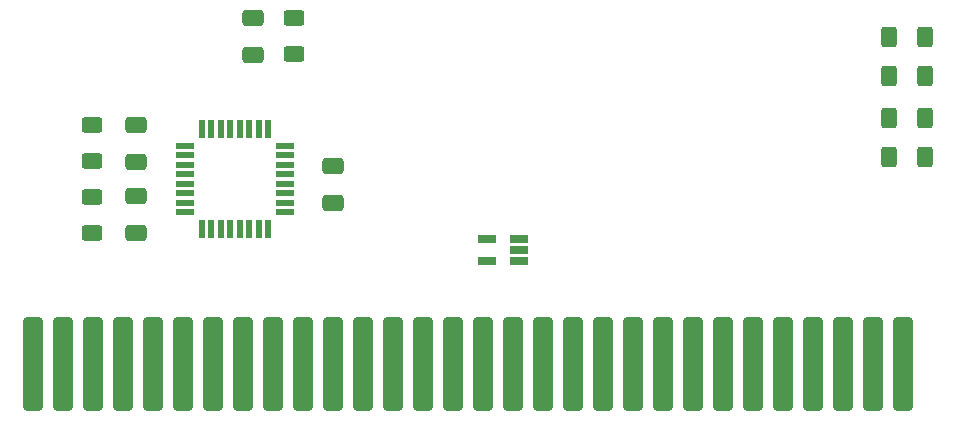
<source format=gtp>
G04 #@! TF.GenerationSoftware,KiCad,Pcbnew,7.0.10-148-g62bb553460*
G04 #@! TF.CreationDate,2024-11-24T17:13:43+03:00*
G04 #@! TF.ProjectId,ZX_BUS_Mouse,5a585f42-5553-45f4-9d6f-7573652e6b69,rev?*
G04 #@! TF.SameCoordinates,Original*
G04 #@! TF.FileFunction,Paste,Top*
G04 #@! TF.FilePolarity,Positive*
%FSLAX46Y46*%
G04 Gerber Fmt 4.6, Leading zero omitted, Abs format (unit mm)*
G04 Created by KiCad (PCBNEW 7.0.10-148-g62bb553460) date 2024-11-24 17:13:43*
%MOMM*%
%LPD*%
G01*
G04 APERTURE LIST*
G04 Aperture macros list*
%AMRoundRect*
0 Rectangle with rounded corners*
0 $1 Rounding radius*
0 $2 $3 $4 $5 $6 $7 $8 $9 X,Y pos of 4 corners*
0 Add a 4 corners polygon primitive as box body*
4,1,4,$2,$3,$4,$5,$6,$7,$8,$9,$2,$3,0*
0 Add four circle primitives for the rounded corners*
1,1,$1+$1,$2,$3*
1,1,$1+$1,$4,$5*
1,1,$1+$1,$6,$7*
1,1,$1+$1,$8,$9*
0 Add four rect primitives between the rounded corners*
20,1,$1+$1,$2,$3,$4,$5,0*
20,1,$1+$1,$4,$5,$6,$7,0*
20,1,$1+$1,$6,$7,$8,$9,0*
20,1,$1+$1,$8,$9,$2,$3,0*%
G04 Aperture macros list end*
%ADD10RoundRect,0.250000X0.650000X-0.412500X0.650000X0.412500X-0.650000X0.412500X-0.650000X-0.412500X0*%
%ADD11RoundRect,0.250000X-0.400000X-0.625000X0.400000X-0.625000X0.400000X0.625000X-0.400000X0.625000X0*%
%ADD12R,1.560000X0.650000*%
%ADD13RoundRect,0.250000X-0.625000X0.400000X-0.625000X-0.400000X0.625000X-0.400000X0.625000X0.400000X0*%
%ADD14RoundRect,0.425000X0.425000X-3.575000X0.425000X3.575000X-0.425000X3.575000X-0.425000X-3.575000X0*%
%ADD15RoundRect,0.250000X-0.650000X0.412500X-0.650000X-0.412500X0.650000X-0.412500X0.650000X0.412500X0*%
%ADD16R,1.600000X0.550000*%
%ADD17R,0.550000X1.600000*%
%ADD18RoundRect,0.250000X0.625000X-0.400000X0.625000X0.400000X-0.625000X0.400000X-0.625000X-0.400000X0*%
G04 APERTURE END LIST*
D10*
X62700000Y-133962500D03*
X62700000Y-130837500D03*
X62700000Y-127950000D03*
X62700000Y-124825000D03*
D11*
X126450000Y-120700000D03*
X129550000Y-120700000D03*
D12*
X95150000Y-136350000D03*
X95150000Y-135400000D03*
X95150000Y-134450000D03*
X92450000Y-134450000D03*
X92450000Y-136350000D03*
D13*
X59000000Y-130900000D03*
X59000000Y-134000000D03*
D14*
X53975000Y-145034000D03*
X56515000Y-145034000D03*
X59055000Y-145034000D03*
X61595000Y-145034000D03*
X64135000Y-145034000D03*
X66675000Y-145034000D03*
X69215000Y-145034000D03*
X71755000Y-145034000D03*
X74295000Y-145034000D03*
X76835000Y-145034000D03*
X79375000Y-145034000D03*
X81915000Y-145034000D03*
X84455000Y-145034000D03*
X86995000Y-145034000D03*
X89535000Y-145034000D03*
X92075000Y-145034000D03*
X94615000Y-145034000D03*
X97155000Y-145034000D03*
X99695000Y-145034000D03*
X102235000Y-145034000D03*
X104775000Y-145034000D03*
X107315000Y-145034000D03*
X109855000Y-145034000D03*
X112395000Y-145034000D03*
X114935000Y-145034000D03*
X117475000Y-145034000D03*
X120015000Y-145034000D03*
X122555000Y-145034000D03*
X125095000Y-145034000D03*
X127635000Y-145034000D03*
D10*
X79400000Y-131425000D03*
X79400000Y-128300000D03*
D11*
X126450000Y-124218750D03*
X129550000Y-124218750D03*
D15*
X72600000Y-115737500D03*
X72600000Y-118862500D03*
D16*
X66850000Y-126600000D03*
X66850000Y-127400000D03*
X66850000Y-128200000D03*
X66850000Y-129000000D03*
X66850000Y-129800000D03*
X66850000Y-130600000D03*
X66850000Y-131400000D03*
X66850000Y-132200000D03*
D17*
X68300000Y-133650000D03*
X69100000Y-133650000D03*
X69900000Y-133650000D03*
X70700000Y-133650000D03*
X71500000Y-133650000D03*
X72300000Y-133650000D03*
X73100000Y-133650000D03*
X73900000Y-133650000D03*
D16*
X75350000Y-132200000D03*
X75350000Y-131400000D03*
X75350000Y-130600000D03*
X75350000Y-129800000D03*
X75350000Y-129000000D03*
X75350000Y-128200000D03*
X75350000Y-127400000D03*
X75350000Y-126600000D03*
D17*
X73900000Y-125150000D03*
X73100000Y-125150000D03*
X72300000Y-125150000D03*
X71500000Y-125150000D03*
X70700000Y-125150000D03*
X69900000Y-125150000D03*
X69100000Y-125150000D03*
X68300000Y-125150000D03*
D11*
X126450000Y-127500000D03*
X129550000Y-127500000D03*
D13*
X76100000Y-115750000D03*
X76100000Y-118850000D03*
D11*
X126450000Y-117400000D03*
X129550000Y-117400000D03*
D18*
X59000000Y-127900000D03*
X59000000Y-124800000D03*
M02*

</source>
